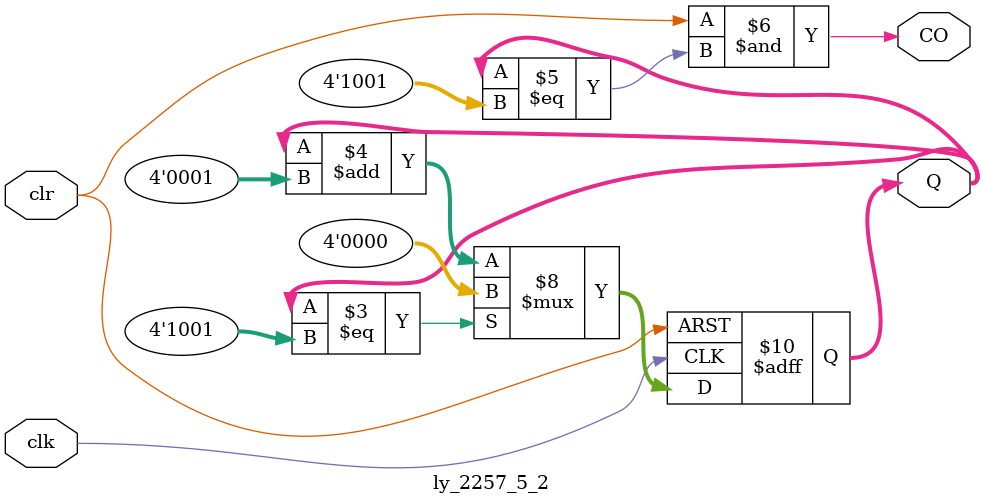
<source format=v>
module ly_2257_5_2(clk,clr,Q,CO);//十进制计数器模块
	input clk,clr;//clk时钟信号，clr清零信号
	output reg [3:0] Q;//十进制计数器输出
	output CO;//进/借位信号
	
	always@ (posedge clk,negedge clr)
		if(~clr)//clr为低电平时清零
			Q <= 4'd0;
		else
			begin
				if(Q == 4'd9)
					Q <= 4'd0;
				else
					Q <= Q+4'd1;
			end
		assign CO = (clr & Q == 4'd9);
		//加运算时，未清零且Q为9，需要进位，CO为1
endmodule

</source>
